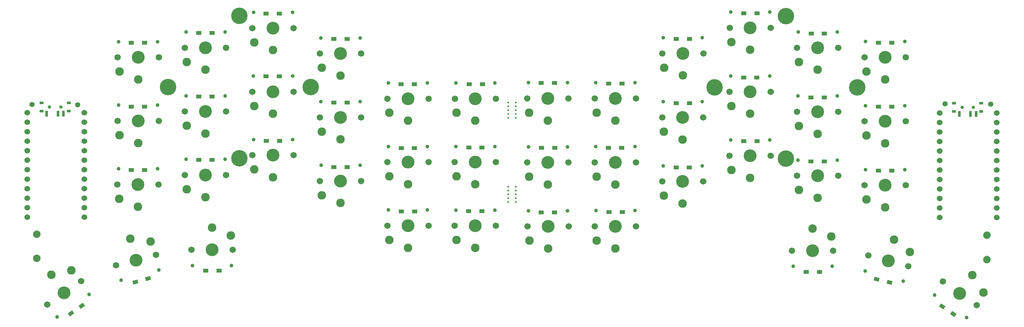
<source format=gbr>
%TF.GenerationSoftware,KiCad,Pcbnew,(6.0.2-0)*%
%TF.CreationDate,2022-05-29T20:11:08-07:00*%
%TF.ProjectId,sweepv2,73776565-7076-4322-9e6b-696361645f70,rev?*%
%TF.SameCoordinates,Original*%
%TF.FileFunction,Soldermask,Bot*%
%TF.FilePolarity,Negative*%
%FSLAX46Y46*%
G04 Gerber Fmt 4.6, Leading zero omitted, Abs format (unit mm)*
G04 Created by KiCad (PCBNEW (6.0.2-0)) date 2022-05-29 20:11:08*
%MOMM*%
%LPD*%
G01*
G04 APERTURE LIST*
G04 Aperture macros list*
%AMRotRect*
0 Rectangle, with rotation*
0 The origin of the aperture is its center*
0 $1 length*
0 $2 width*
0 $3 Rotation angle, in degrees counterclockwise*
0 Add horizontal line*
21,1,$1,$2,0,0,$3*%
G04 Aperture macros list end*
%ADD10C,0.990600*%
%ADD11C,3.429000*%
%ADD12C,1.701800*%
%ADD13C,2.282000*%
%ADD14C,4.400000*%
%ADD15RotRect,1.400000X1.000000X215.000000*%
%ADD16RotRect,1.400000X1.000000X195.000000*%
%ADD17R,1.400000X1.000000*%
%ADD18RotRect,1.400000X1.000000X145.000000*%
%ADD19RotRect,1.400000X1.000000X165.000000*%
%ADD20C,1.524000*%
%ADD21R,1.000000X0.800000*%
%ADD22C,0.900000*%
%ADD23R,0.700000X1.500000*%
%ADD24C,2.000000*%
%ADD25C,1.397000*%
%ADD26C,0.500000*%
G04 APERTURE END LIST*
D10*
%TO.C,SW5_r1*%
X79158800Y-22901800D03*
D11*
X84378800Y-27101800D03*
D12*
X78878800Y-27101800D03*
D10*
X89598800Y-22901800D03*
D12*
X89878800Y-27101800D03*
D13*
X84378800Y-33001800D03*
X79378800Y-30901800D03*
%TD*%
D10*
%TO.C,SW6_r1*%
X61124800Y-28159600D03*
D11*
X66344800Y-32359600D03*
D12*
X60844800Y-32359600D03*
D10*
X71564800Y-28159600D03*
D12*
X71844800Y-32359600D03*
D13*
X66344800Y-38259600D03*
X61344800Y-36159600D03*
%TD*%
D14*
%TO.C,REF\u002A\u002A*%
X240352000Y-42936000D03*
X202252000Y-42936000D03*
X221302000Y-23886000D03*
X221302000Y-61986000D03*
%TD*%
D10*
%TO.C,SW6*%
X224599200Y-28159600D03*
D11*
X229819200Y-32359600D03*
D12*
X224319200Y-32359600D03*
D10*
X235039200Y-28159600D03*
D12*
X235319200Y-32359600D03*
D13*
X229819200Y-38259600D03*
X224819200Y-36159600D03*
%TD*%
D10*
%TO.C,SW22_r1*%
X35269531Y-98358300D03*
D11*
X28584536Y-97911930D03*
D12*
X33089872Y-94757260D03*
D10*
X26717583Y-104346438D03*
D12*
X24079200Y-101066600D03*
D13*
X25200435Y-93078933D03*
X30500706Y-91931270D03*
%TD*%
D10*
%TO.C,SW21_r1*%
X53906573Y-91859853D03*
D11*
X47777400Y-89154000D03*
D12*
X53089992Y-87730495D03*
D10*
X43822307Y-94561924D03*
D12*
X42464808Y-90577505D03*
D13*
X46250368Y-83455038D03*
X51623517Y-84189387D03*
%TD*%
D10*
%TO.C,SW20_r1*%
X73292000Y-90610800D03*
D11*
X68072000Y-86410800D03*
D12*
X73572000Y-86410800D03*
D10*
X62852000Y-90610800D03*
D12*
X62572000Y-86410800D03*
D13*
X68072000Y-80510800D03*
X73072000Y-82610800D03*
%TD*%
D10*
%TO.C,SW19_r1*%
X43090800Y-64761000D03*
D11*
X48310800Y-68961000D03*
D12*
X42810800Y-68961000D03*
D10*
X53530800Y-64761000D03*
D12*
X53810800Y-68961000D03*
D13*
X48310800Y-74861000D03*
X43310800Y-72761000D03*
%TD*%
D10*
%TO.C,SW22*%
X269633753Y-104478508D03*
D11*
X267766800Y-98044000D03*
D12*
X272272136Y-101198670D03*
D10*
X261081805Y-98490370D03*
D12*
X263261464Y-94889330D03*
D13*
X271150901Y-93211003D03*
X274042151Y-97799104D03*
%TD*%
D10*
%TO.C,SW19*%
X242607800Y-64964200D03*
D11*
X247827800Y-69164200D03*
D12*
X242327800Y-69164200D03*
D10*
X253047800Y-64964200D03*
D12*
X253327800Y-69164200D03*
D13*
X247827800Y-75064200D03*
X242827800Y-72964200D03*
%TD*%
D10*
%TO.C,SW13*%
X242607800Y-47844600D03*
D11*
X247827800Y-52044600D03*
D12*
X242327800Y-52044600D03*
D10*
X253047800Y-47844600D03*
D12*
X253327800Y-52044600D03*
D13*
X247827800Y-57944600D03*
X242827800Y-55844600D03*
%TD*%
D10*
%TO.C,SW7*%
X242607800Y-30725000D03*
D11*
X247827800Y-34925000D03*
D12*
X242327800Y-34925000D03*
D10*
X253047800Y-30725000D03*
D12*
X253327800Y-34925000D03*
D13*
X247827800Y-40825000D03*
X242827800Y-38725000D03*
%TD*%
D15*
%TO.C,Dr20*%
X33330995Y-101420102D03*
X30423005Y-103456298D03*
%TD*%
D16*
%TO.C,Dr19*%
X51015918Y-94130196D03*
X47586882Y-95049004D03*
%TD*%
D17*
%TO.C,Dr18*%
X69948600Y-91948000D03*
X66398600Y-91948000D03*
%TD*%
%TO.C,Dr17*%
X46510400Y-65049400D03*
X50060400Y-65049400D03*
%TD*%
%TO.C,Dr16*%
X64544400Y-62382400D03*
X68094400Y-62382400D03*
%TD*%
%TO.C,Dr15*%
X82553000Y-57251600D03*
X86103000Y-57251600D03*
%TD*%
%TO.C,Dr14*%
X100587000Y-64287400D03*
X104137000Y-64287400D03*
%TD*%
%TO.C,Dr13*%
X118646400Y-76174600D03*
X122196400Y-76174600D03*
%TD*%
%TO.C,Dr12*%
X136578800Y-76047600D03*
X140128800Y-76047600D03*
%TD*%
%TO.C,Dr11*%
X46510400Y-48107600D03*
X50060400Y-48107600D03*
%TD*%
%TO.C,Dr10*%
X64544400Y-45440600D03*
X68094400Y-45440600D03*
%TD*%
%TO.C,Dr9*%
X82476800Y-40030400D03*
X86026800Y-40030400D03*
%TD*%
%TO.C,Dr8*%
X100587000Y-47040800D03*
X104137000Y-47040800D03*
%TD*%
%TO.C,Dr7*%
X118595600Y-59182000D03*
X122145600Y-59182000D03*
%TD*%
%TO.C,Dr6*%
X136629600Y-59029600D03*
X140179600Y-59029600D03*
%TD*%
%TO.C,Dr5*%
X46510400Y-31064200D03*
X50060400Y-31064200D03*
%TD*%
%TO.C,Dr4*%
X64544400Y-28397200D03*
X68094400Y-28397200D03*
%TD*%
%TO.C,Dr3*%
X82476800Y-23266400D03*
X86026800Y-23266400D03*
%TD*%
%TO.C,Dr2*%
X100587000Y-29972000D03*
X104137000Y-29972000D03*
%TD*%
%TO.C,Dr1*%
X118519400Y-42087800D03*
X122069400Y-42087800D03*
%TD*%
%TO.C,Dr0*%
X136731200Y-42138600D03*
X140281200Y-42138600D03*
%TD*%
D18*
%TO.C,D20*%
X266020395Y-103583298D03*
X263112405Y-101547102D03*
%TD*%
D19*
%TO.C,D19*%
X249008918Y-95150604D03*
X245579882Y-94231796D03*
%TD*%
D17*
%TO.C,D18*%
X230298800Y-92303600D03*
X226748800Y-92303600D03*
%TD*%
%TO.C,D17*%
X246078200Y-65227200D03*
X249628200Y-65227200D03*
%TD*%
%TO.C,D16*%
X227993400Y-62738000D03*
X231543400Y-62738000D03*
%TD*%
%TO.C,D15*%
X210111800Y-57378600D03*
X213661800Y-57378600D03*
%TD*%
%TO.C,D14*%
X192001600Y-64414400D03*
X195551600Y-64414400D03*
%TD*%
%TO.C,D13*%
X174120000Y-76301600D03*
X177670000Y-76301600D03*
%TD*%
%TO.C,D12*%
X156009800Y-76377800D03*
X159559800Y-76377800D03*
%TD*%
%TO.C,D11*%
X246078200Y-48107600D03*
X249628200Y-48107600D03*
%TD*%
%TO.C,D10*%
X228018800Y-45669200D03*
X231568800Y-45669200D03*
%TD*%
%TO.C,D9*%
X210035600Y-40335200D03*
X213585600Y-40335200D03*
%TD*%
%TO.C,D8*%
X192052400Y-47193200D03*
X195602400Y-47193200D03*
%TD*%
%TO.C,D7*%
X173891400Y-59105800D03*
X177441400Y-59105800D03*
%TD*%
%TO.C,D6*%
X156060600Y-59131200D03*
X159610600Y-59131200D03*
%TD*%
%TO.C,D5*%
X246078200Y-31064200D03*
X249628200Y-31064200D03*
%TD*%
%TO.C,D4*%
X228069600Y-28549600D03*
X231619600Y-28549600D03*
%TD*%
%TO.C,D3*%
X210086400Y-23164800D03*
X213636400Y-23164800D03*
%TD*%
%TO.C,D2*%
X192052400Y-29972000D03*
X195602400Y-29972000D03*
%TD*%
%TO.C,D1*%
X174043800Y-41960800D03*
X177593800Y-41960800D03*
%TD*%
%TO.C,D0*%
X156009800Y-41783000D03*
X159559800Y-41783000D03*
%TD*%
D13*
%TO.C,SW21*%
X254479142Y-86980777D03*
X250193032Y-83658238D03*
D12*
X243353408Y-87933695D03*
D10*
X242536827Y-92063053D03*
D12*
X253978592Y-90780705D03*
D11*
X248666000Y-89357200D03*
D10*
X252621093Y-94765124D03*
%TD*%
%TO.C,SW20*%
X233693000Y-90839400D03*
D11*
X228473000Y-86639400D03*
D12*
X233973000Y-86639400D03*
D10*
X223253000Y-90839400D03*
D12*
X222973000Y-86639400D03*
D13*
X228473000Y-80739400D03*
X233473000Y-82839400D03*
%TD*%
D10*
%TO.C,SW18_r1*%
X61124800Y-62221000D03*
D11*
X66344800Y-66421000D03*
D12*
X60844800Y-66421000D03*
D10*
X71564800Y-62221000D03*
D12*
X71844800Y-66421000D03*
D13*
X66344800Y-72321000D03*
X61344800Y-70221000D03*
%TD*%
D10*
%TO.C,SW18*%
X224573800Y-62398800D03*
D11*
X229793800Y-66598800D03*
D12*
X224293800Y-66598800D03*
D10*
X235013800Y-62398800D03*
D12*
X235293800Y-66598800D03*
D13*
X229793800Y-72498800D03*
X224793800Y-70398800D03*
%TD*%
D10*
%TO.C,SW17_r1*%
X79158800Y-56912400D03*
D11*
X84378800Y-61112400D03*
D12*
X78878800Y-61112400D03*
D10*
X89598800Y-56912400D03*
D12*
X89878800Y-61112400D03*
D13*
X84378800Y-67012400D03*
X79378800Y-64912400D03*
%TD*%
D10*
%TO.C,SW17*%
X206565200Y-57039400D03*
D11*
X211785200Y-61239400D03*
D12*
X206285200Y-61239400D03*
D10*
X217005200Y-57039400D03*
D12*
X217285200Y-61239400D03*
D13*
X211785200Y-67139400D03*
X206785200Y-65039400D03*
%TD*%
D10*
%TO.C,SW16_r1*%
X97192800Y-63795800D03*
D11*
X102412800Y-67995800D03*
D12*
X96912800Y-67995800D03*
D10*
X107632800Y-63795800D03*
D12*
X107912800Y-67995800D03*
D13*
X102412800Y-73895800D03*
X97412800Y-71795800D03*
%TD*%
D10*
%TO.C,SW16*%
X188556600Y-63922800D03*
D11*
X193776600Y-68122800D03*
D12*
X188276600Y-68122800D03*
D10*
X198996600Y-63922800D03*
D12*
X199276600Y-68122800D03*
D13*
X193776600Y-74022800D03*
X188776600Y-71922800D03*
%TD*%
D10*
%TO.C,SW15_r1*%
X115176000Y-75759200D03*
D11*
X120396000Y-79959200D03*
D12*
X114896000Y-79959200D03*
D10*
X125616000Y-75759200D03*
D12*
X125896000Y-79959200D03*
D13*
X120396000Y-85859200D03*
X115396000Y-83759200D03*
%TD*%
D10*
%TO.C,SW15*%
X170598800Y-75937000D03*
D11*
X175818800Y-80137000D03*
D12*
X170318800Y-80137000D03*
D10*
X181038800Y-75937000D03*
D12*
X181318800Y-80137000D03*
D13*
X175818800Y-86037000D03*
X170818800Y-83937000D03*
%TD*%
D10*
%TO.C,SW14_r1*%
X133159200Y-75784600D03*
D11*
X138379200Y-79984600D03*
D12*
X132879200Y-79984600D03*
D10*
X143599200Y-75784600D03*
D12*
X143879200Y-79984600D03*
D13*
X138379200Y-85884600D03*
X133379200Y-83784600D03*
%TD*%
D10*
%TO.C,SW14*%
X152590200Y-75962400D03*
D11*
X157810200Y-80162400D03*
D12*
X152310200Y-80162400D03*
D10*
X163030200Y-75962400D03*
D12*
X163310200Y-80162400D03*
D13*
X157810200Y-86062400D03*
X152810200Y-83962400D03*
%TD*%
D10*
%TO.C,SW13_r1*%
X43116200Y-47743000D03*
D11*
X48336200Y-51943000D03*
D12*
X42836200Y-51943000D03*
D10*
X53556200Y-47743000D03*
D12*
X53836200Y-51943000D03*
D13*
X48336200Y-57843000D03*
X43336200Y-55743000D03*
%TD*%
D10*
%TO.C,SW12_r1*%
X61124800Y-45228400D03*
D11*
X66344800Y-49428400D03*
D12*
X60844800Y-49428400D03*
D10*
X71564800Y-45228400D03*
D12*
X71844800Y-49428400D03*
D13*
X66344800Y-55328400D03*
X61344800Y-53228400D03*
%TD*%
D10*
%TO.C,SW12*%
X224573800Y-45279200D03*
D11*
X229793800Y-49479200D03*
D12*
X224293800Y-49479200D03*
D10*
X235013800Y-45279200D03*
D12*
X235293800Y-49479200D03*
D13*
X229793800Y-55379200D03*
X224793800Y-53279200D03*
%TD*%
D10*
%TO.C,SW11_r1*%
X79133400Y-39919800D03*
D11*
X84353400Y-44119800D03*
D12*
X78853400Y-44119800D03*
D10*
X89573400Y-39919800D03*
D12*
X89853400Y-44119800D03*
D13*
X84353400Y-50019800D03*
X79353400Y-47919800D03*
%TD*%
%TO.C,SW11*%
X206785200Y-47919800D03*
X211785200Y-50019800D03*
D12*
X217285200Y-44119800D03*
D10*
X217005200Y-39919800D03*
D12*
X206285200Y-44119800D03*
D11*
X211785200Y-44119800D03*
D10*
X206565200Y-39919800D03*
%TD*%
%TO.C,SW10_r1*%
X97167400Y-46777800D03*
D11*
X102387400Y-50977800D03*
D12*
X96887400Y-50977800D03*
D10*
X107607400Y-46777800D03*
D12*
X107887400Y-50977800D03*
D13*
X102387400Y-56877800D03*
X97387400Y-54777800D03*
%TD*%
%TO.C,SW10*%
X188776600Y-54803200D03*
X193776600Y-56903200D03*
D12*
X199276600Y-51003200D03*
D10*
X198996600Y-46803200D03*
D12*
X188276600Y-51003200D03*
D11*
X193776600Y-51003200D03*
D10*
X188556600Y-46803200D03*
%TD*%
%TO.C,SW9_r1*%
X115176000Y-58766600D03*
D11*
X120396000Y-62966600D03*
D12*
X114896000Y-62966600D03*
D10*
X125616000Y-58766600D03*
D12*
X125896000Y-62966600D03*
D13*
X120396000Y-68866600D03*
X115396000Y-66766600D03*
%TD*%
D10*
%TO.C,SW9*%
X170573400Y-58817400D03*
D11*
X175793400Y-63017400D03*
D12*
X170293400Y-63017400D03*
D10*
X181013400Y-58817400D03*
D12*
X181293400Y-63017400D03*
D13*
X175793400Y-68917400D03*
X170793400Y-66817400D03*
%TD*%
D10*
%TO.C,SW8_r1*%
X133159200Y-58766600D03*
D11*
X138379200Y-62966600D03*
D12*
X132879200Y-62966600D03*
D10*
X143599200Y-58766600D03*
D12*
X143879200Y-62966600D03*
D13*
X138379200Y-68866600D03*
X133379200Y-66766600D03*
%TD*%
D10*
%TO.C,SW8*%
X152564800Y-58842800D03*
D11*
X157784800Y-63042800D03*
D12*
X152284800Y-63042800D03*
D10*
X163004800Y-58842800D03*
D12*
X163284800Y-63042800D03*
D13*
X157784800Y-68942800D03*
X152784800Y-66842800D03*
%TD*%
D10*
%TO.C,SW7_r1*%
X43116200Y-30750400D03*
D11*
X48336200Y-34950400D03*
D12*
X42836200Y-34950400D03*
D10*
X53556200Y-30750400D03*
D12*
X53836200Y-34950400D03*
D13*
X48336200Y-40850400D03*
X43336200Y-38750400D03*
%TD*%
D10*
%TO.C,SW5*%
X206590600Y-22825600D03*
D11*
X211810600Y-27025600D03*
D12*
X206310600Y-27025600D03*
D10*
X217030600Y-22825600D03*
D12*
X217310600Y-27025600D03*
D13*
X211810600Y-32925600D03*
X206810600Y-30825600D03*
%TD*%
D10*
%TO.C,SW4_r1*%
X97167400Y-29734400D03*
D11*
X102387400Y-33934400D03*
D12*
X96887400Y-33934400D03*
D10*
X107607400Y-29734400D03*
D12*
X107887400Y-33934400D03*
D13*
X102387400Y-39834400D03*
X97387400Y-37734400D03*
%TD*%
%TO.C,SW4*%
X188802000Y-37683600D03*
X193802000Y-39783600D03*
D12*
X199302000Y-33883600D03*
D10*
X199022000Y-29683600D03*
D12*
X188302000Y-33883600D03*
D11*
X193802000Y-33883600D03*
D10*
X188582000Y-29683600D03*
%TD*%
%TO.C,SW3_r1*%
X115176000Y-41774000D03*
D11*
X120396000Y-45974000D03*
D12*
X114896000Y-45974000D03*
D10*
X125616000Y-41774000D03*
D12*
X125896000Y-45974000D03*
D13*
X120396000Y-51874000D03*
X115396000Y-49774000D03*
%TD*%
D10*
%TO.C,SW3*%
X170573400Y-41723200D03*
D11*
X175793400Y-45923200D03*
D12*
X170293400Y-45923200D03*
D10*
X181013400Y-41723200D03*
D12*
X181293400Y-45923200D03*
D13*
X175793400Y-51823200D03*
X170793400Y-49723200D03*
%TD*%
D10*
%TO.C,SW2_r1*%
X133184600Y-41774000D03*
D11*
X138404600Y-45974000D03*
D12*
X132904600Y-45974000D03*
D10*
X143624600Y-41774000D03*
D12*
X143904600Y-45974000D03*
D13*
X138404600Y-51874000D03*
X133404600Y-49774000D03*
%TD*%
D10*
%TO.C,SW2*%
X152564800Y-41723200D03*
D11*
X157784800Y-45923200D03*
D12*
X152284800Y-45923200D03*
D10*
X163004800Y-41723200D03*
D12*
X163284800Y-45923200D03*
D13*
X157784800Y-51823200D03*
X152784800Y-49723200D03*
%TD*%
D20*
%TO.C,U1*%
X277659800Y-49850000D03*
X277659800Y-52390000D03*
X277659800Y-54930000D03*
X277659800Y-57470000D03*
X277659800Y-60010000D03*
X277659800Y-62550000D03*
X277659800Y-65090000D03*
X277659800Y-67630000D03*
X277659800Y-70170000D03*
X277659800Y-72710000D03*
X277659800Y-75250000D03*
X277659800Y-77790000D03*
X262439800Y-77790000D03*
X262439800Y-75250000D03*
X262439800Y-72710000D03*
X262439800Y-70170000D03*
X262439800Y-67630000D03*
X262439800Y-65090000D03*
X262439800Y-62550000D03*
X262439800Y-60010000D03*
X262439800Y-57470000D03*
X262439800Y-54930000D03*
X262439800Y-52390000D03*
X262439800Y-49850000D03*
%TD*%
%TO.C,U2*%
X33942000Y-49722800D03*
X33942000Y-52262800D03*
X33942000Y-54802800D03*
X33942000Y-57342800D03*
X33942000Y-59882800D03*
X33942000Y-62422800D03*
X33942000Y-64962800D03*
X33942000Y-67502800D03*
X33942000Y-70042800D03*
X33942000Y-72582800D03*
X33942000Y-75122800D03*
X33942000Y-77662800D03*
X18722000Y-77662800D03*
X18722000Y-75122800D03*
X18722000Y-72582800D03*
X18722000Y-70042800D03*
X18722000Y-67502800D03*
X18722000Y-64962800D03*
X18722000Y-62422800D03*
X18722000Y-59882800D03*
X18722000Y-57342800D03*
X18722000Y-54802800D03*
X18722000Y-52262800D03*
X18722000Y-49722800D03*
%TD*%
D21*
%TO.C,SW_POWERR1*%
X29812000Y-49311800D03*
X22512000Y-47101800D03*
X29812000Y-47101800D03*
X22512000Y-49311800D03*
D22*
X27662000Y-48201800D03*
X24662000Y-48201800D03*
D23*
X23912000Y-49961800D03*
X26912000Y-49961800D03*
X28412000Y-49961800D03*
%TD*%
D21*
%TO.C,SW_POWER1*%
X273525000Y-49438800D03*
X266225000Y-47228800D03*
X273525000Y-47228800D03*
X266225000Y-49438800D03*
D22*
X271375000Y-48328800D03*
X268375000Y-48328800D03*
D23*
X267625000Y-50088800D03*
X270625000Y-50088800D03*
X272125000Y-50088800D03*
%TD*%
D24*
%TO.C,RSW2*%
X21285200Y-88721000D03*
X21285200Y-82221000D03*
%TD*%
%TO.C,RSW1*%
X275031200Y-82500400D03*
X275031200Y-89000400D03*
%TD*%
D25*
%TO.C,BatGND4*%
X32207200Y-47625000D03*
%TD*%
%TO.C,BatGND1*%
X275996400Y-47447200D03*
%TD*%
%TO.C,Bat+r1*%
X20040600Y-47574200D03*
%TD*%
%TO.C,Bat+1*%
X263855200Y-47396400D03*
%TD*%
D26*
%TO.C,mouse-bite-2mm-slot*%
X147142200Y-51079400D03*
X147142200Y-48031400D03*
X147142200Y-49047400D03*
X149174200Y-48031400D03*
X149174200Y-49047400D03*
X147142200Y-50063400D03*
X149174200Y-50063400D03*
X149174200Y-51079400D03*
X149174200Y-47015400D03*
X147142200Y-47015400D03*
%TD*%
%TO.C,mouse-bite-2mm-slot*%
X149199600Y-73583800D03*
X149199600Y-70535800D03*
X147167600Y-70535800D03*
X147167600Y-73583800D03*
X147167600Y-71551800D03*
X149199600Y-71551800D03*
X149199600Y-72567800D03*
X147167600Y-69519800D03*
X147167600Y-72567800D03*
X149199600Y-69519800D03*
%TD*%
D14*
%TO.C,REF\u002A\u002A*%
X94407400Y-42878400D03*
X56307400Y-42878400D03*
X75357400Y-61928400D03*
X75357400Y-23828400D03*
%TD*%
M02*

</source>
